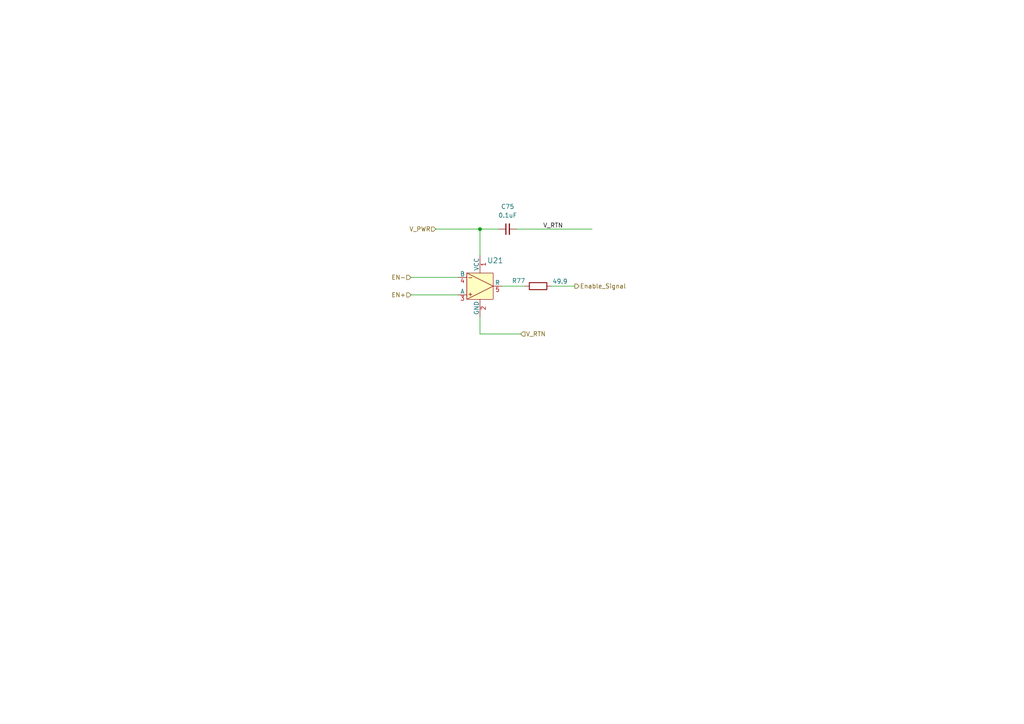
<source format=kicad_sch>
(kicad_sch
	(version 20250114)
	(generator "eeschema")
	(generator_version "9.0")
	(uuid "95c1dd6f-a9f6-4193-8426-29355edde275")
	(paper "A4")
	(lib_symbols
		(symbol "Device:C_Small"
			(pin_numbers
				(hide yes)
			)
			(pin_names
				(offset 0.254)
				(hide yes)
			)
			(exclude_from_sim no)
			(in_bom yes)
			(on_board yes)
			(property "Reference" "C"
				(at 0.254 1.778 0)
				(effects
					(font
						(size 1.27 1.27)
					)
					(justify left)
				)
			)
			(property "Value" "C_Small"
				(at 0.254 -2.032 0)
				(effects
					(font
						(size 1.27 1.27)
					)
					(justify left)
				)
			)
			(property "Footprint" ""
				(at 0 0 0)
				(effects
					(font
						(size 1.27 1.27)
					)
					(hide yes)
				)
			)
			(property "Datasheet" "~"
				(at 0 0 0)
				(effects
					(font
						(size 1.27 1.27)
					)
					(hide yes)
				)
			)
			(property "Description" "Unpolarized capacitor, small symbol"
				(at 0 0 0)
				(effects
					(font
						(size 1.27 1.27)
					)
					(hide yes)
				)
			)
			(property "ki_keywords" "capacitor cap"
				(at 0 0 0)
				(effects
					(font
						(size 1.27 1.27)
					)
					(hide yes)
				)
			)
			(property "ki_fp_filters" "C_*"
				(at 0 0 0)
				(effects
					(font
						(size 1.27 1.27)
					)
					(hide yes)
				)
			)
			(symbol "C_Small_0_1"
				(polyline
					(pts
						(xy -1.524 0.508) (xy 1.524 0.508)
					)
					(stroke
						(width 0.3048)
						(type default)
					)
					(fill
						(type none)
					)
				)
				(polyline
					(pts
						(xy -1.524 -0.508) (xy 1.524 -0.508)
					)
					(stroke
						(width 0.3302)
						(type default)
					)
					(fill
						(type none)
					)
				)
			)
			(symbol "C_Small_1_1"
				(pin passive line
					(at 0 2.54 270)
					(length 2.032)
					(name "~"
						(effects
							(font
								(size 1.27 1.27)
							)
						)
					)
					(number "1"
						(effects
							(font
								(size 1.27 1.27)
							)
						)
					)
				)
				(pin passive line
					(at 0 -2.54 90)
					(length 2.032)
					(name "~"
						(effects
							(font
								(size 1.27 1.27)
							)
						)
					)
					(number "2"
						(effects
							(font
								(size 1.27 1.27)
							)
						)
					)
				)
			)
			(embedded_fonts no)
		)
		(symbol "Device:R"
			(pin_numbers
				(hide yes)
			)
			(pin_names
				(offset 0)
			)
			(exclude_from_sim no)
			(in_bom yes)
			(on_board yes)
			(property "Reference" "R"
				(at 2.032 0 90)
				(effects
					(font
						(size 1.27 1.27)
					)
				)
			)
			(property "Value" "R"
				(at 0 0 90)
				(effects
					(font
						(size 1.27 1.27)
					)
				)
			)
			(property "Footprint" ""
				(at -1.778 0 90)
				(effects
					(font
						(size 1.27 1.27)
					)
					(hide yes)
				)
			)
			(property "Datasheet" "~"
				(at 0 0 0)
				(effects
					(font
						(size 1.27 1.27)
					)
					(hide yes)
				)
			)
			(property "Description" "Resistor"
				(at 0 0 0)
				(effects
					(font
						(size 1.27 1.27)
					)
					(hide yes)
				)
			)
			(property "ki_keywords" "R res resistor"
				(at 0 0 0)
				(effects
					(font
						(size 1.27 1.27)
					)
					(hide yes)
				)
			)
			(property "ki_fp_filters" "R_*"
				(at 0 0 0)
				(effects
					(font
						(size 1.27 1.27)
					)
					(hide yes)
				)
			)
			(symbol "R_0_1"
				(rectangle
					(start -1.016 -2.54)
					(end 1.016 2.54)
					(stroke
						(width 0.254)
						(type default)
					)
					(fill
						(type none)
					)
				)
			)
			(symbol "R_1_1"
				(pin passive line
					(at 0 3.81 270)
					(length 1.27)
					(name "~"
						(effects
							(font
								(size 1.27 1.27)
							)
						)
					)
					(number "1"
						(effects
							(font
								(size 1.27 1.27)
							)
						)
					)
				)
				(pin passive line
					(at 0 -3.81 90)
					(length 1.27)
					(name "~"
						(effects
							(font
								(size 1.27 1.27)
							)
						)
					)
					(number "2"
						(effects
							(font
								(size 1.27 1.27)
							)
						)
					)
				)
			)
			(embedded_fonts no)
		)
		(symbol "Texas Instruments:SN65LVDS2DBVR"
			(pin_names
				(offset 0)
			)
			(exclude_from_sim no)
			(in_bom yes)
			(on_board yes)
			(property "Reference" "U"
				(at 7.366 -2.54 0)
				(effects
					(font
						(size 1.524 1.524)
					)
				)
			)
			(property "Value" "SN65LVDS2DBVR"
				(at 16.002 -6.604 0)
				(effects
					(font
						(size 1.524 1.524)
					)
					(hide yes)
				)
			)
			(property "Footprint" "DBV5"
				(at 25.654 15.24 0)
				(effects
					(font
						(size 1.27 1.27)
						(italic yes)
					)
					(hide yes)
				)
			)
			(property "Datasheet" "SN65LVDS2DBVR"
				(at 24.638 12.446 0)
				(effects
					(font
						(size 1.27 1.27)
						(italic yes)
					)
					(hide yes)
				)
			)
			(property "Description" ""
				(at 12.7 -13.97 0)
				(effects
					(font
						(size 1.27 1.27)
					)
					(hide yes)
				)
			)
			(property "ki_keywords" "SN65LVDS2DBVR"
				(at 0 0 0)
				(effects
					(font
						(size 1.27 1.27)
					)
					(hide yes)
				)
			)
			(property "ki_fp_filters" "DBV5 DBV5-M DBV5-L"
				(at 0 0 0)
				(effects
					(font
						(size 1.27 1.27)
					)
					(hide yes)
				)
			)
			(symbol "SN65LVDS2DBVR_1_1"
				(rectangle
					(start 0 7.62)
					(end 7.62 0)
					(stroke
						(width 0)
						(type default)
					)
					(fill
						(type background)
					)
				)
				(polyline
					(pts
						(xy 0 0) (xy 0 7.62) (xy 7.62 3.81) (xy 0 0)
					)
					(stroke
						(width 0)
						(type default)
					)
					(fill
						(type none)
					)
				)
				(text "-"
					(at 1.016 6.35 0)
					(effects
						(font
							(size 1.27 1.27)
						)
					)
				)
				(text "+"
					(at 1.016 1.524 0)
					(effects
						(font
							(size 1.27 1.27)
						)
					)
				)
				(pin input line
					(at -2.54 6.35 0)
					(length 2.54)
					(name "B"
						(effects
							(font
								(size 1.27 1.27)
							)
						)
					)
					(number "4"
						(effects
							(font
								(size 1.27 1.27)
							)
						)
					)
				)
				(pin input line
					(at -2.54 1.27 0)
					(length 2.54)
					(name "A"
						(effects
							(font
								(size 1.27 1.27)
							)
						)
					)
					(number "3"
						(effects
							(font
								(size 1.27 1.27)
							)
						)
					)
				)
				(pin power_in line
					(at 3.81 12.7 270)
					(length 5.08)
					(name "VCC"
						(effects
							(font
								(size 1.27 1.27)
							)
						)
					)
					(number "1"
						(effects
							(font
								(size 1.27 1.27)
							)
						)
					)
				)
				(pin power_in line
					(at 3.81 -5.08 90)
					(length 5.08)
					(name "GND"
						(effects
							(font
								(size 1.27 1.27)
							)
						)
					)
					(number "2"
						(effects
							(font
								(size 1.27 1.27)
							)
						)
					)
				)
				(pin output line
					(at 10.16 3.81 180)
					(length 2.54)
					(name "R"
						(effects
							(font
								(size 1.27 1.27)
							)
						)
					)
					(number "5"
						(effects
							(font
								(size 1.27 1.27)
							)
						)
					)
				)
			)
			(embedded_fonts no)
		)
	)
	(junction
		(at 139.2151 66.4505)
		(diameter 0)
		(color 0 0 0 0)
		(uuid "1bf4383a-3f70-4f80-82d9-535a2ae3cb46")
	)
	(wire
		(pts
			(xy 145.5651 82.9952) (xy 152.2545 82.9952)
		)
		(stroke
			(width 0)
			(type default)
		)
		(uuid "1a82114b-e428-49d5-99bd-11319b3c9e56")
	)
	(wire
		(pts
			(xy 149.7733 66.4505) (xy 171.7335 66.4505)
		)
		(stroke
			(width 0)
			(type default)
		)
		(uuid "1f05a26c-7ac0-48c5-8a5b-31dc17f04cd7")
	)
	(wire
		(pts
			(xy 132.8651 85.5352) (xy 119.2148 85.5352)
		)
		(stroke
			(width 0)
			(type default)
		)
		(uuid "35fa41c5-a092-43ff-8112-10d7ba04f92f")
	)
	(wire
		(pts
			(xy 139.2151 91.8852) (xy 139.2151 96.8657)
		)
		(stroke
			(width 0)
			(type default)
		)
		(uuid "59282f05-bf23-4c06-a795-e22d6a39ff36")
	)
	(wire
		(pts
			(xy 139.2151 66.4505) (xy 126.3953 66.4505)
		)
		(stroke
			(width 0)
			(type default)
		)
		(uuid "60915162-44b9-43d4-a6eb-958ac3ae157d")
	)
	(wire
		(pts
			(xy 132.8651 80.4552) (xy 119.2148 80.4552)
		)
		(stroke
			(width 0)
			(type default)
		)
		(uuid "78a4dd9c-1d18-48ca-ad47-ef36fa43618a")
	)
	(wire
		(pts
			(xy 139.2151 66.4505) (xy 139.2151 74.1052)
		)
		(stroke
			(width 0)
			(type default)
		)
		(uuid "db61102b-66c7-4ade-9cee-640f4593692b")
	)
	(wire
		(pts
			(xy 159.8745 82.9952) (xy 166.7183 82.9952)
		)
		(stroke
			(width 0)
			(type default)
		)
		(uuid "dd8e7fa5-11b9-40ef-99a3-4b2c242f4817")
	)
	(wire
		(pts
			(xy 151.0253 96.8657) (xy 139.2151 96.8657)
		)
		(stroke
			(width 0)
			(type default)
		)
		(uuid "e0a08f73-d6aa-4ba5-8998-24ce88113f18")
	)
	(wire
		(pts
			(xy 139.2151 66.4505) (xy 144.6933 66.4505)
		)
		(stroke
			(width 0)
			(type default)
		)
		(uuid "ec6f98df-e01e-4a7f-a601-b5fb668b908f")
	)
	(label "V_RTN"
		(at 157.4966 66.4505 0)
		(effects
			(font
				(size 1.27 1.27)
			)
			(justify left bottom)
		)
		(uuid "93ec28fc-cf7c-43f1-be01-e1fe4ec0c8f6")
	)
	(hierarchical_label "Enable_Signal"
		(shape output)
		(at 166.7183 82.9952 0)
		(effects
			(font
				(size 1.27 1.27)
			)
			(justify left)
		)
		(uuid "1e703994-3f58-4050-94ff-0294b6e6856d")
	)
	(hierarchical_label "V_PWR"
		(shape input)
		(at 126.3953 66.4505 180)
		(effects
			(font
				(size 1.27 1.27)
			)
			(justify right)
		)
		(uuid "56f62f35-9943-4033-a6a8-ea6a50993b0e")
	)
	(hierarchical_label "EN+"
		(shape input)
		(at 119.2148 85.5352 180)
		(effects
			(font
				(size 1.27 1.27)
			)
			(justify right)
		)
		(uuid "6f321a8f-b312-44ed-9226-7f040aa5fa75")
	)
	(hierarchical_label "EN-"
		(shape input)
		(at 119.2148 80.4552 180)
		(effects
			(font
				(size 1.27 1.27)
			)
			(justify right)
		)
		(uuid "e53cde9f-ece5-4fb8-92dd-351c60b1b88f")
	)
	(hierarchical_label "V_RTN"
		(shape input)
		(at 151.0253 96.8657 0)
		(effects
			(font
				(size 1.27 1.27)
			)
			(justify left)
		)
		(uuid "fffbaa04-2194-45fa-8dc9-4bfa57cb9082")
	)
	(symbol
		(lib_id "Device:R")
		(at 156.0645 82.9952 90)
		(unit 1)
		(exclude_from_sim no)
		(in_bom yes)
		(on_board yes)
		(dnp no)
		(uuid "072ff7a5-d6cf-4eed-a6bc-240f49dd1abb")
		(property "Reference" "R77"
			(at 150.416 81.4529 90)
			(effects
				(font
					(size 1.27 1.27)
				)
			)
		)
		(property "Value" "49.9"
			(at 162.4319 81.6234 90)
			(effects
				(font
					(size 1.27 1.27)
				)
			)
		)
		(property "Footprint" "Resistor_SMD:R_0603_1608Metric"
			(at 156.0645 84.7732 90)
			(effects
				(font
					(size 1.27 1.27)
				)
				(hide yes)
			)
		)
		(property "Datasheet" "~"
			(at 156.0645 82.9952 0)
			(effects
				(font
					(size 1.27 1.27)
				)
				(hide yes)
			)
		)
		(property "Description" "49.9 Ohms ±0.1% 0.21W Chip Resistor 0603 (1608 Metric) Anti-Sulfur, Automotive AEC-Q200, Moisture Resistant Thin Film"
			(at 156.0645 82.9952 0)
			(effects
				(font
					(size 1.27 1.27)
				)
				(hide yes)
			)
		)
		(property "Dist. Part Num" "541-2031-1-ND"
			(at 156.0645 82.9952 0)
			(effects
				(font
					(size 1.27 1.27)
				)
				(hide yes)
			)
		)
		(property "Distributor" "Digi-Key"
			(at 156.0645 82.9952 0)
			(effects
				(font
					(size 1.27 1.27)
				)
				(hide yes)
			)
		)
		(property "Man. Part Num" "TNPW060349R9BEEA"
			(at 156.0645 82.9952 0)
			(effects
				(font
					(size 1.27 1.27)
				)
				(hide yes)
			)
		)
		(property "Manufacturer" "Vishay Dale"
			(at 156.0645 82.9952 0)
			(effects
				(font
					(size 1.27 1.27)
				)
				(hide yes)
			)
		)
		(property "Package" "0603 (1608 Metric)"
			(at 156.0645 82.9952 0)
			(effects
				(font
					(size 1.27 1.27)
				)
				(hide yes)
			)
		)
		(property "Part Type" "SMD"
			(at 156.0645 82.9952 0)
			(effects
				(font
					(size 1.27 1.27)
				)
				(hide yes)
			)
		)
		(pin "2"
			(uuid "bad40f99-bd83-40de-a430-8730b711d921")
		)
		(pin "1"
			(uuid "c15232d8-49c9-4217-b08f-881fc8124618")
		)
		(instances
			(project "TPC_Warm_Shaper"
				(path "/38bcebbd-10a1-47e0-b943-f959cfcb45e4/e854cc63-9111-498e-aef0-f15ef178c25c"
					(reference "R77")
					(unit 1)
				)
			)
		)
	)
	(symbol
		(lib_id "Texas Instruments:SN65LVDS2DBVR")
		(at 135.4051 86.8052 0)
		(unit 1)
		(exclude_from_sim no)
		(in_bom yes)
		(on_board yes)
		(dnp no)
		(uuid "0d6cd53b-e3dd-418c-8d2f-79553236191b")
		(property "Reference" "U21"
			(at 143.6411 75.5515 0)
			(effects
				(font
					(size 1.524 1.524)
				)
			)
		)
		(property "Value" "SN65LVDS2DBVR"
			(at 151.4071 93.4092 0)
			(effects
				(font
					(size 1.524 1.524)
				)
				(hide yes)
			)
		)
		(property "Footprint" "Texas_Instruments:DBV5"
			(at 161.0591 71.5652 0)
			(effects
				(font
					(size 1.27 1.27)
					(italic yes)
				)
				(hide yes)
			)
		)
		(property "Datasheet" "SN65LVDS2DBVR"
			(at 160.0431 74.3592 0)
			(effects
				(font
					(size 1.27 1.27)
					(italic yes)
				)
				(hide yes)
			)
		)
		(property "Description" "0/1 Receiver LVDS SOT-23-5"
			(at 148.1051 100.7752 0)
			(effects
				(font
					(size 1.27 1.27)
				)
				(hide yes)
			)
		)
		(property "Dist. Part Num" "296-6920-1-ND"
			(at 135.4051 86.8052 0)
			(effects
				(font
					(size 1.27 1.27)
				)
				(hide yes)
			)
		)
		(property "Distributor" "Digi-Key"
			(at 135.4051 86.8052 0)
			(effects
				(font
					(size 1.27 1.27)
				)
				(hide yes)
			)
		)
		(property "Man. Part Num" "SN65LVDS2DBVR"
			(at 135.4051 86.8052 0)
			(effects
				(font
					(size 1.27 1.27)
				)
				(hide yes)
			)
		)
		(property "Manufacturer" "Texas Instruments"
			(at 135.4051 86.8052 0)
			(effects
				(font
					(size 1.27 1.27)
				)
				(hide yes)
			)
		)
		(property "Package" "SOT-23-5"
			(at 135.4051 86.8052 0)
			(effects
				(font
					(size 1.27 1.27)
				)
				(hide yes)
			)
		)
		(property "Part Type" "SMD"
			(at 135.4051 86.8052 0)
			(effects
				(font
					(size 1.27 1.27)
				)
				(hide yes)
			)
		)
		(pin "3"
			(uuid "26dd31ec-53ca-4ef6-873d-1d983d0d926b")
		)
		(pin "4"
			(uuid "65ae3d15-259a-42f6-80f8-d2b36fe8dbd2")
		)
		(pin "5"
			(uuid "3f272eaf-137e-4995-a2e9-d6811dde376d")
		)
		(pin "2"
			(uuid "5de20174-6d78-47c6-8546-c581d54015d1")
		)
		(pin "1"
			(uuid "e46fab5b-d45a-4dbe-9ddc-9c585148eecd")
		)
		(instances
			(project ""
				(path "/38bcebbd-10a1-47e0-b943-f959cfcb45e4/e854cc63-9111-498e-aef0-f15ef178c25c"
					(reference "U21")
					(unit 1)
				)
			)
		)
	)
	(symbol
		(lib_id "Device:C_Small")
		(at 147.2333 66.4505 90)
		(unit 1)
		(exclude_from_sim no)
		(in_bom yes)
		(on_board yes)
		(dnp no)
		(fields_autoplaced yes)
		(uuid "c51118ae-a7c9-4713-a8ac-9df858aca856")
		(property "Reference" "C75"
			(at 147.2396 59.9215 90)
			(effects
				(font
					(size 1.27 1.27)
				)
			)
		)
		(property "Value" "0.1uF"
			(at 147.2396 62.4615 90)
			(effects
				(font
					(size 1.27 1.27)
				)
			)
		)
		(property "Footprint" "Capacitor_SMD:C_0603_1608Metric"
			(at 147.2333 66.4505 0)
			(effects
				(font
					(size 1.27 1.27)
				)
				(hide yes)
			)
		)
		(property "Datasheet" "~"
			(at 147.2333 66.4505 0)
			(effects
				(font
					(size 1.27 1.27)
				)
				(hide yes)
			)
		)
		(property "Description" "0.1 µF ±10% 50V Ceramic Capacitor X7R 0603 (1608 Metric)"
			(at 147.2333 66.4505 0)
			(effects
				(font
					(size 1.27 1.27)
				)
				(hide yes)
			)
		)
		(property "Dist. Part Num" "399-C0603C104K5RAC7411CT-ND"
			(at 147.2333 66.4505 0)
			(effects
				(font
					(size 1.27 1.27)
				)
				(hide yes)
			)
		)
		(property "Distributor" "Digi-Key"
			(at 147.2333 66.4505 0)
			(effects
				(font
					(size 1.27 1.27)
				)
				(hide yes)
			)
		)
		(property "Man. Part Num" "C0603C104K5RAC7411"
			(at 147.2333 66.4505 0)
			(effects
				(font
					(size 1.27 1.27)
				)
				(hide yes)
			)
		)
		(property "Manufacturer" "KEMET"
			(at 147.2333 66.4505 0)
			(effects
				(font
					(size 1.27 1.27)
				)
				(hide yes)
			)
		)
		(property "Package" "0603 (1608 Metric)"
			(at 147.2333 66.4505 0)
			(effects
				(font
					(size 1.27 1.27)
				)
				(hide yes)
			)
		)
		(property "Part Type" "SMD"
			(at 147.2333 66.4505 0)
			(effects
				(font
					(size 1.27 1.27)
				)
				(hide yes)
			)
		)
		(pin "2"
			(uuid "54a1b57d-7801-44aa-9e32-930476e057e9")
		)
		(pin "1"
			(uuid "69e17c3a-89bd-40b0-a577-f279f4061511")
		)
		(instances
			(project "TPC_Warm_Shaper"
				(path "/38bcebbd-10a1-47e0-b943-f959cfcb45e4/e854cc63-9111-498e-aef0-f15ef178c25c"
					(reference "C75")
					(unit 1)
				)
			)
		)
	)
)

</source>
